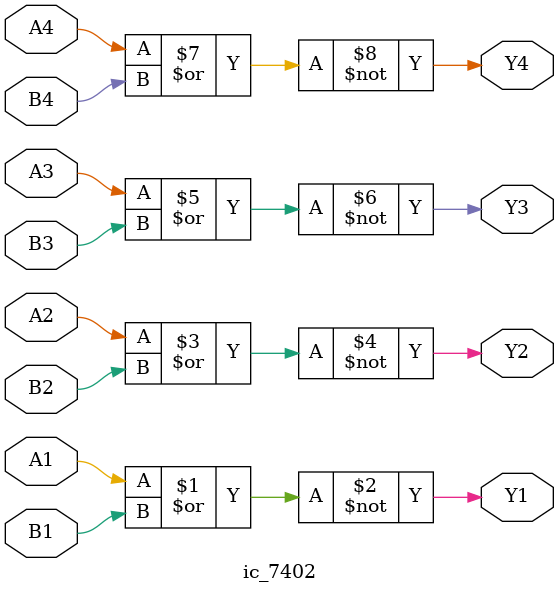
<source format=v>

module ic_7402(
    Y1, A1, B1,
    Y2, A2, B2,
    Y3, A3, B3,
    Y4, A4, B4);
    output Y1, Y2, Y3, Y4;
    input A1, B1, A2, B2, A3, B3, A4, B4;

    assign Y1 = ~(A1 | B1); 
    assign Y2 = ~(A2 | B2); 
    assign Y3 = ~(A3 | B3); 
    assign Y4 = ~(A4 | B4); 

endmodule

</source>
